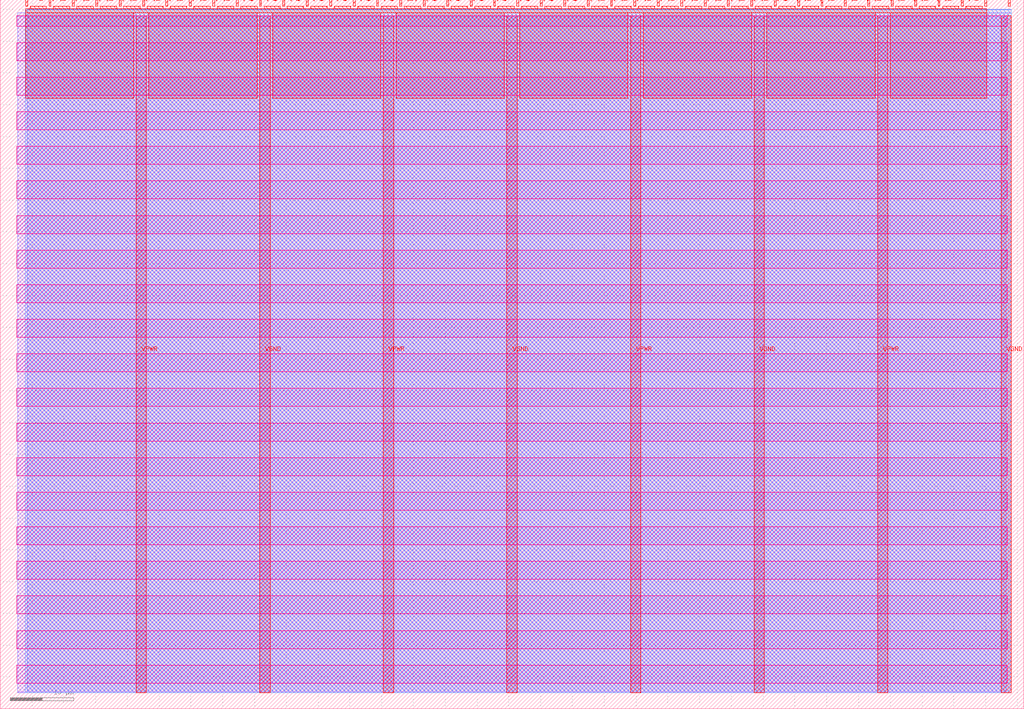
<source format=lef>
VERSION 5.7 ;
  NOWIREEXTENSIONATPIN ON ;
  DIVIDERCHAR "/" ;
  BUSBITCHARS "[]" ;
MACRO tt_um_wokwi_392873974467527681
  CLASS BLOCK ;
  FOREIGN tt_um_wokwi_392873974467527681 ;
  ORIGIN 0.000 0.000 ;
  SIZE 161.000 BY 111.520 ;
  PIN VGND
    DIRECTION INOUT ;
    USE GROUND ;
    PORT
      LAYER met4 ;
        RECT 40.830 2.480 42.430 109.040 ;
    END
    PORT
      LAYER met4 ;
        RECT 79.700 2.480 81.300 109.040 ;
    END
    PORT
      LAYER met4 ;
        RECT 118.570 2.480 120.170 109.040 ;
    END
    PORT
      LAYER met4 ;
        RECT 157.440 2.480 159.040 109.040 ;
    END
  END VGND
  PIN VPWR
    DIRECTION INOUT ;
    USE POWER ;
    PORT
      LAYER met4 ;
        RECT 21.395 2.480 22.995 109.040 ;
    END
    PORT
      LAYER met4 ;
        RECT 60.265 2.480 61.865 109.040 ;
    END
    PORT
      LAYER met4 ;
        RECT 99.135 2.480 100.735 109.040 ;
    END
    PORT
      LAYER met4 ;
        RECT 138.005 2.480 139.605 109.040 ;
    END
  END VPWR
  PIN clk
    DIRECTION INPUT ;
    USE SIGNAL ;
    ANTENNAGATEAREA 0.159000 ;
    PORT
      LAYER met4 ;
        RECT 154.870 110.520 155.170 111.520 ;
    END
  END clk
  PIN ena
    DIRECTION INPUT ;
    USE SIGNAL ;
    PORT
      LAYER met4 ;
        RECT 158.550 110.520 158.850 111.520 ;
    END
  END ena
  PIN rst_n
    DIRECTION INPUT ;
    USE SIGNAL ;
    PORT
      LAYER met4 ;
        RECT 151.190 110.520 151.490 111.520 ;
    END
  END rst_n
  PIN ui_in[0]
    DIRECTION INPUT ;
    USE SIGNAL ;
    ANTENNAGATEAREA 0.196500 ;
    PORT
      LAYER met4 ;
        RECT 147.510 110.520 147.810 111.520 ;
    END
  END ui_in[0]
  PIN ui_in[1]
    DIRECTION INPUT ;
    USE SIGNAL ;
    ANTENNAGATEAREA 0.196500 ;
    PORT
      LAYER met4 ;
        RECT 143.830 110.520 144.130 111.520 ;
    END
  END ui_in[1]
  PIN ui_in[2]
    DIRECTION INPUT ;
    USE SIGNAL ;
    ANTENNAGATEAREA 0.196500 ;
    PORT
      LAYER met4 ;
        RECT 140.150 110.520 140.450 111.520 ;
    END
  END ui_in[2]
  PIN ui_in[3]
    DIRECTION INPUT ;
    USE SIGNAL ;
    ANTENNAGATEAREA 0.196500 ;
    PORT
      LAYER met4 ;
        RECT 136.470 110.520 136.770 111.520 ;
    END
  END ui_in[3]
  PIN ui_in[4]
    DIRECTION INPUT ;
    USE SIGNAL ;
    PORT
      LAYER met4 ;
        RECT 132.790 110.520 133.090 111.520 ;
    END
  END ui_in[4]
  PIN ui_in[5]
    DIRECTION INPUT ;
    USE SIGNAL ;
    PORT
      LAYER met4 ;
        RECT 129.110 110.520 129.410 111.520 ;
    END
  END ui_in[5]
  PIN ui_in[6]
    DIRECTION INPUT ;
    USE SIGNAL ;
    PORT
      LAYER met4 ;
        RECT 125.430 110.520 125.730 111.520 ;
    END
  END ui_in[6]
  PIN ui_in[7]
    DIRECTION INPUT ;
    USE SIGNAL ;
    ANTENNAGATEAREA 0.126000 ;
    PORT
      LAYER met4 ;
        RECT 121.750 110.520 122.050 111.520 ;
    END
  END ui_in[7]
  PIN uio_in[0]
    DIRECTION INPUT ;
    USE SIGNAL ;
    PORT
      LAYER met4 ;
        RECT 118.070 110.520 118.370 111.520 ;
    END
  END uio_in[0]
  PIN uio_in[1]
    DIRECTION INPUT ;
    USE SIGNAL ;
    PORT
      LAYER met4 ;
        RECT 114.390 110.520 114.690 111.520 ;
    END
  END uio_in[1]
  PIN uio_in[2]
    DIRECTION INPUT ;
    USE SIGNAL ;
    PORT
      LAYER met4 ;
        RECT 110.710 110.520 111.010 111.520 ;
    END
  END uio_in[2]
  PIN uio_in[3]
    DIRECTION INPUT ;
    USE SIGNAL ;
    PORT
      LAYER met4 ;
        RECT 107.030 110.520 107.330 111.520 ;
    END
  END uio_in[3]
  PIN uio_in[4]
    DIRECTION INPUT ;
    USE SIGNAL ;
    PORT
      LAYER met4 ;
        RECT 103.350 110.520 103.650 111.520 ;
    END
  END uio_in[4]
  PIN uio_in[5]
    DIRECTION INPUT ;
    USE SIGNAL ;
    PORT
      LAYER met4 ;
        RECT 99.670 110.520 99.970 111.520 ;
    END
  END uio_in[5]
  PIN uio_in[6]
    DIRECTION INPUT ;
    USE SIGNAL ;
    PORT
      LAYER met4 ;
        RECT 95.990 110.520 96.290 111.520 ;
    END
  END uio_in[6]
  PIN uio_in[7]
    DIRECTION INPUT ;
    USE SIGNAL ;
    PORT
      LAYER met4 ;
        RECT 92.310 110.520 92.610 111.520 ;
    END
  END uio_in[7]
  PIN uio_oe[0]
    DIRECTION OUTPUT TRISTATE ;
    USE SIGNAL ;
    PORT
      LAYER met4 ;
        RECT 29.750 110.520 30.050 111.520 ;
    END
  END uio_oe[0]
  PIN uio_oe[1]
    DIRECTION OUTPUT TRISTATE ;
    USE SIGNAL ;
    PORT
      LAYER met4 ;
        RECT 26.070 110.520 26.370 111.520 ;
    END
  END uio_oe[1]
  PIN uio_oe[2]
    DIRECTION OUTPUT TRISTATE ;
    USE SIGNAL ;
    PORT
      LAYER met4 ;
        RECT 22.390 110.520 22.690 111.520 ;
    END
  END uio_oe[2]
  PIN uio_oe[3]
    DIRECTION OUTPUT TRISTATE ;
    USE SIGNAL ;
    PORT
      LAYER met4 ;
        RECT 18.710 110.520 19.010 111.520 ;
    END
  END uio_oe[3]
  PIN uio_oe[4]
    DIRECTION OUTPUT TRISTATE ;
    USE SIGNAL ;
    PORT
      LAYER met4 ;
        RECT 15.030 110.520 15.330 111.520 ;
    END
  END uio_oe[4]
  PIN uio_oe[5]
    DIRECTION OUTPUT TRISTATE ;
    USE SIGNAL ;
    PORT
      LAYER met4 ;
        RECT 11.350 110.520 11.650 111.520 ;
    END
  END uio_oe[5]
  PIN uio_oe[6]
    DIRECTION OUTPUT TRISTATE ;
    USE SIGNAL ;
    PORT
      LAYER met4 ;
        RECT 7.670 110.520 7.970 111.520 ;
    END
  END uio_oe[6]
  PIN uio_oe[7]
    DIRECTION OUTPUT TRISTATE ;
    USE SIGNAL ;
    PORT
      LAYER met4 ;
        RECT 3.990 110.520 4.290 111.520 ;
    END
  END uio_oe[7]
  PIN uio_out[0]
    DIRECTION OUTPUT TRISTATE ;
    USE SIGNAL ;
    PORT
      LAYER met4 ;
        RECT 59.190 110.520 59.490 111.520 ;
    END
  END uio_out[0]
  PIN uio_out[1]
    DIRECTION OUTPUT TRISTATE ;
    USE SIGNAL ;
    PORT
      LAYER met4 ;
        RECT 55.510 110.520 55.810 111.520 ;
    END
  END uio_out[1]
  PIN uio_out[2]
    DIRECTION OUTPUT TRISTATE ;
    USE SIGNAL ;
    PORT
      LAYER met4 ;
        RECT 51.830 110.520 52.130 111.520 ;
    END
  END uio_out[2]
  PIN uio_out[3]
    DIRECTION OUTPUT TRISTATE ;
    USE SIGNAL ;
    PORT
      LAYER met4 ;
        RECT 48.150 110.520 48.450 111.520 ;
    END
  END uio_out[3]
  PIN uio_out[4]
    DIRECTION OUTPUT TRISTATE ;
    USE SIGNAL ;
    PORT
      LAYER met4 ;
        RECT 44.470 110.520 44.770 111.520 ;
    END
  END uio_out[4]
  PIN uio_out[5]
    DIRECTION OUTPUT TRISTATE ;
    USE SIGNAL ;
    PORT
      LAYER met4 ;
        RECT 40.790 110.520 41.090 111.520 ;
    END
  END uio_out[5]
  PIN uio_out[6]
    DIRECTION OUTPUT TRISTATE ;
    USE SIGNAL ;
    PORT
      LAYER met4 ;
        RECT 37.110 110.520 37.410 111.520 ;
    END
  END uio_out[6]
  PIN uio_out[7]
    DIRECTION OUTPUT TRISTATE ;
    USE SIGNAL ;
    PORT
      LAYER met4 ;
        RECT 33.430 110.520 33.730 111.520 ;
    END
  END uio_out[7]
  PIN uo_out[0]
    DIRECTION OUTPUT TRISTATE ;
    USE SIGNAL ;
    ANTENNADIFFAREA 0.795200 ;
    PORT
      LAYER met4 ;
        RECT 88.630 110.520 88.930 111.520 ;
    END
  END uo_out[0]
  PIN uo_out[1]
    DIRECTION OUTPUT TRISTATE ;
    USE SIGNAL ;
    ANTENNADIFFAREA 0.795200 ;
    PORT
      LAYER met4 ;
        RECT 84.950 110.520 85.250 111.520 ;
    END
  END uo_out[1]
  PIN uo_out[2]
    DIRECTION OUTPUT TRISTATE ;
    USE SIGNAL ;
    ANTENNADIFFAREA 0.795200 ;
    PORT
      LAYER met4 ;
        RECT 81.270 110.520 81.570 111.520 ;
    END
  END uo_out[2]
  PIN uo_out[3]
    DIRECTION OUTPUT TRISTATE ;
    USE SIGNAL ;
    ANTENNADIFFAREA 0.445500 ;
    PORT
      LAYER met4 ;
        RECT 77.590 110.520 77.890 111.520 ;
    END
  END uo_out[3]
  PIN uo_out[4]
    DIRECTION OUTPUT TRISTATE ;
    USE SIGNAL ;
    ANTENNADIFFAREA 0.445500 ;
    PORT
      LAYER met4 ;
        RECT 73.910 110.520 74.210 111.520 ;
    END
  END uo_out[4]
  PIN uo_out[5]
    DIRECTION OUTPUT TRISTATE ;
    USE SIGNAL ;
    PORT
      LAYER met4 ;
        RECT 70.230 110.520 70.530 111.520 ;
    END
  END uo_out[5]
  PIN uo_out[6]
    DIRECTION OUTPUT TRISTATE ;
    USE SIGNAL ;
    ANTENNADIFFAREA 0.445500 ;
    PORT
      LAYER met4 ;
        RECT 66.550 110.520 66.850 111.520 ;
    END
  END uo_out[6]
  PIN uo_out[7]
    DIRECTION OUTPUT TRISTATE ;
    USE SIGNAL ;
    ANTENNADIFFAREA 0.795200 ;
    PORT
      LAYER met4 ;
        RECT 62.870 110.520 63.170 111.520 ;
    END
  END uo_out[7]
  OBS
      LAYER nwell ;
        RECT 2.570 107.385 158.430 108.990 ;
        RECT 2.570 101.945 158.430 104.775 ;
        RECT 2.570 96.505 158.430 99.335 ;
        RECT 2.570 91.065 158.430 93.895 ;
        RECT 2.570 85.625 158.430 88.455 ;
        RECT 2.570 80.185 158.430 83.015 ;
        RECT 2.570 74.745 158.430 77.575 ;
        RECT 2.570 69.305 158.430 72.135 ;
        RECT 2.570 63.865 158.430 66.695 ;
        RECT 2.570 58.425 158.430 61.255 ;
        RECT 2.570 52.985 158.430 55.815 ;
        RECT 2.570 47.545 158.430 50.375 ;
        RECT 2.570 42.105 158.430 44.935 ;
        RECT 2.570 36.665 158.430 39.495 ;
        RECT 2.570 31.225 158.430 34.055 ;
        RECT 2.570 25.785 158.430 28.615 ;
        RECT 2.570 20.345 158.430 23.175 ;
        RECT 2.570 14.905 158.430 17.735 ;
        RECT 2.570 9.465 158.430 12.295 ;
        RECT 2.570 4.025 158.430 6.855 ;
      LAYER li1 ;
        RECT 2.760 2.635 158.240 108.885 ;
      LAYER met1 ;
        RECT 2.760 2.480 159.040 109.440 ;
      LAYER met2 ;
        RECT 4.230 2.535 159.010 110.005 ;
      LAYER met3 ;
        RECT 3.950 2.555 159.030 109.985 ;
      LAYER met4 ;
        RECT 4.690 110.120 7.270 110.520 ;
        RECT 8.370 110.120 10.950 110.520 ;
        RECT 12.050 110.120 14.630 110.520 ;
        RECT 15.730 110.120 18.310 110.520 ;
        RECT 19.410 110.120 21.990 110.520 ;
        RECT 23.090 110.120 25.670 110.520 ;
        RECT 26.770 110.120 29.350 110.520 ;
        RECT 30.450 110.120 33.030 110.520 ;
        RECT 34.130 110.120 36.710 110.520 ;
        RECT 37.810 110.120 40.390 110.520 ;
        RECT 41.490 110.120 44.070 110.520 ;
        RECT 45.170 110.120 47.750 110.520 ;
        RECT 48.850 110.120 51.430 110.520 ;
        RECT 52.530 110.120 55.110 110.520 ;
        RECT 56.210 110.120 58.790 110.520 ;
        RECT 59.890 110.120 62.470 110.520 ;
        RECT 63.570 110.120 66.150 110.520 ;
        RECT 67.250 110.120 69.830 110.520 ;
        RECT 70.930 110.120 73.510 110.520 ;
        RECT 74.610 110.120 77.190 110.520 ;
        RECT 78.290 110.120 80.870 110.520 ;
        RECT 81.970 110.120 84.550 110.520 ;
        RECT 85.650 110.120 88.230 110.520 ;
        RECT 89.330 110.120 91.910 110.520 ;
        RECT 93.010 110.120 95.590 110.520 ;
        RECT 96.690 110.120 99.270 110.520 ;
        RECT 100.370 110.120 102.950 110.520 ;
        RECT 104.050 110.120 106.630 110.520 ;
        RECT 107.730 110.120 110.310 110.520 ;
        RECT 111.410 110.120 113.990 110.520 ;
        RECT 115.090 110.120 117.670 110.520 ;
        RECT 118.770 110.120 121.350 110.520 ;
        RECT 122.450 110.120 125.030 110.520 ;
        RECT 126.130 110.120 128.710 110.520 ;
        RECT 129.810 110.120 132.390 110.520 ;
        RECT 133.490 110.120 136.070 110.520 ;
        RECT 137.170 110.120 139.750 110.520 ;
        RECT 140.850 110.120 143.430 110.520 ;
        RECT 144.530 110.120 147.110 110.520 ;
        RECT 148.210 110.120 150.790 110.520 ;
        RECT 151.890 110.120 154.470 110.520 ;
        RECT 3.975 109.440 155.185 110.120 ;
        RECT 3.975 96.055 20.995 109.440 ;
        RECT 23.395 96.055 40.430 109.440 ;
        RECT 42.830 96.055 59.865 109.440 ;
        RECT 62.265 96.055 79.300 109.440 ;
        RECT 81.700 96.055 98.735 109.440 ;
        RECT 101.135 96.055 118.170 109.440 ;
        RECT 120.570 96.055 137.605 109.440 ;
        RECT 140.005 96.055 155.185 109.440 ;
  END
END tt_um_wokwi_392873974467527681
END LIBRARY


</source>
